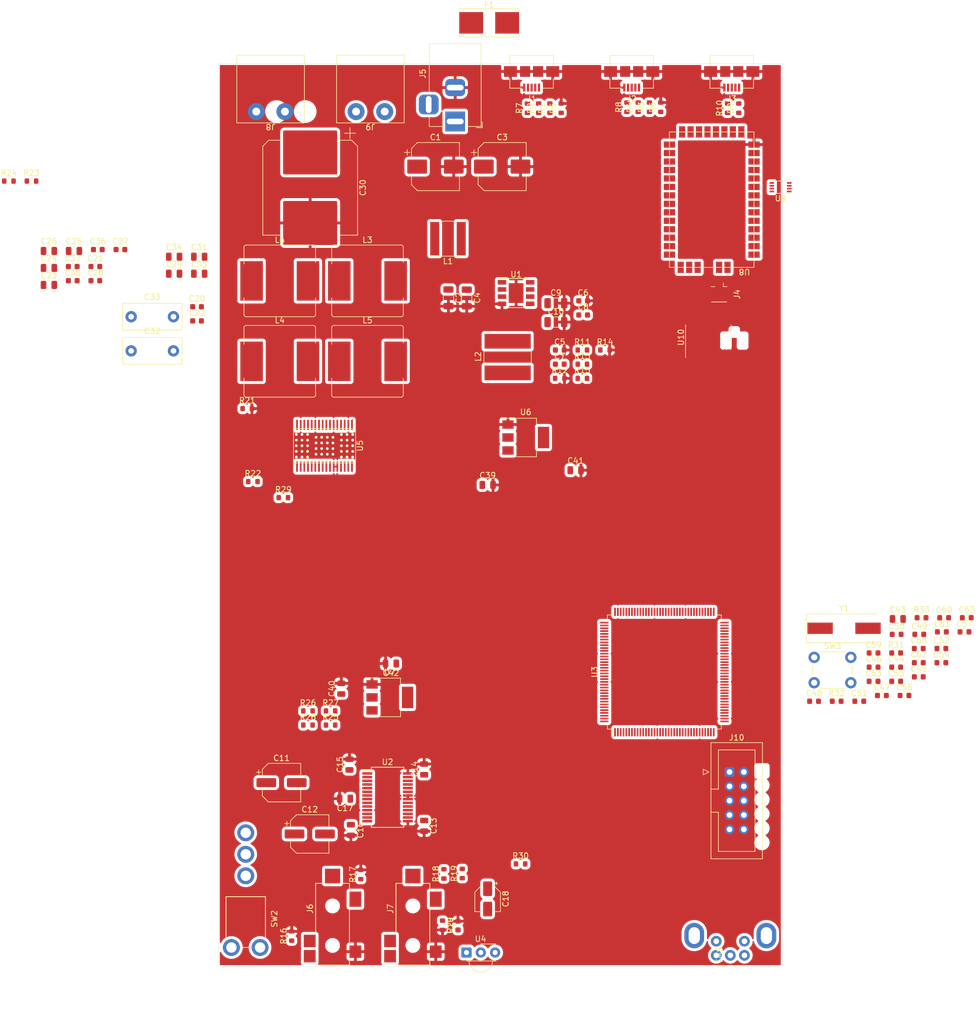
<source format=kicad_pcb>
(kicad_pcb (version 20201116) (generator pcbnew)

  (general
    (thickness 1.6)
  )

  (paper "A4")
  (layers
    (0 "F.Cu" signal)
    (31 "B.Cu" signal)
    (32 "B.Adhes" user "B.Adhesive")
    (33 "F.Adhes" user "F.Adhesive")
    (34 "B.Paste" user)
    (35 "F.Paste" user)
    (36 "B.SilkS" user "B.Silkscreen")
    (37 "F.SilkS" user "F.Silkscreen")
    (38 "B.Mask" user)
    (39 "F.Mask" user)
    (40 "Dwgs.User" user "User.Drawings")
    (41 "Cmts.User" user "User.Comments")
    (42 "Eco1.User" user "User.Eco1")
    (43 "Eco2.User" user "User.Eco2")
    (44 "Edge.Cuts" user)
    (45 "Margin" user)
    (46 "B.CrtYd" user "B.Courtyard")
    (47 "F.CrtYd" user "F.Courtyard")
    (48 "B.Fab" user)
    (49 "F.Fab" user)
  )

  (setup
    (pcbplotparams
      (layerselection 0x00010fc_ffffffff)
      (disableapertmacros false)
      (usegerberextensions false)
      (usegerberattributes true)
      (usegerberadvancedattributes true)
      (creategerberjobfile true)
      (svguseinch false)
      (svgprecision 6)
      (excludeedgelayer true)
      (plotframeref false)
      (viasonmask false)
      (mode 1)
      (useauxorigin false)
      (hpglpennumber 1)
      (hpglpenspeed 20)
      (hpglpendiameter 15.000000)
      (psnegative false)
      (psa4output false)
      (plotreference true)
      (plotvalue true)
      (plotinvisibletext false)
      (sketchpadsonfab false)
      (subtractmaskfromsilk false)
      (outputformat 1)
      (mirror false)
      (drillshape 1)
      (scaleselection 1)
      (outputdirectory "")
    )
  )


  (net 0 "")
  (net 1 "/~SPK_FAULT")
  (net 2 "Net-(J10-Pad6)")
  (net 3 "Net-(J10-Pad5)")
  (net 4 "Net-(J10-Pad4)")
  (net 5 "/~SPK_SD")
  (net 6 "/HP_DETECT")
  (net 7 "+5V")
  (net 8 "Net-(J10-Pad3)")
  (net 9 "Net-(J10-Pad2)")
  (net 10 "Net-(J10-Pad1)")
  (net 11 "Net-(SW1-PadC)")
  (net 12 "GND")
  (net 13 "Net-(SW1-PadB)")
  (net 14 "Net-(SW1-PadA)")
  (net 15 "Net-(SW1-PadS2)")
  (net 16 "Net-(SW1-PadS1)")
  (net 17 "Net-(C31-Pad1)")
  (net 18 "Net-(C25-Pad2)")
  (net 19 "Net-(C24-Pad2)")
  (net 20 "Net-(C24-Pad1)")
  (net 21 "Net-(C25-Pad1)")
  (net 22 "Net-(C1-Pad1)")
  (net 23 "/19V_ANALOG")
  (net 24 "Net-(C5-Pad1)")
  (net 25 "Net-(C6-Pad1)")
  (net 26 "Net-(C7-Pad1)")
  (net 27 "Net-(C7-Pad2)")
  (net 28 "Net-(C8-Pad1)")
  (net 29 "+3.3VA")
  (net 30 "Net-(C11-Pad1)")
  (net 31 "Net-(C11-Pad2)")
  (net 32 "Net-(C12-Pad1)")
  (net 33 "Net-(C12-Pad2)")
  (net 34 "Net-(C13-Pad1)")
  (net 35 "/Speaker Amplifier/3.3V")
  (net 36 "Net-(C18-Pad1)")
  (net 37 "Net-(C18-Pad2)")
  (net 38 "Net-(C20-Pad1)")
  (net 39 "Net-(C23-Pad1)")
  (net 40 "Net-(C23-Pad2)")
  (net 41 "Net-(C26-Pad1)")
  (net 42 "Net-(C26-Pad2)")
  (net 43 "Net-(C29-Pad1)")
  (net 44 "Net-(C32-Pad1)")
  (net 45 "Net-(C33-Pad1)")
  (net 46 "Net-(C36-Pad1)")
  (net 47 "Net-(C36-Pad2)")
  (net 48 "Net-(C37-Pad1)")
  (net 49 "Net-(F1-Pad2)")
  (net 50 "Net-(J1-Pad1)")
  (net 51 "Net-(J1-Pad2)")
  (net 52 "Net-(J1-Pad3)")
  (net 53 "Net-(J1-Pad4)")
  (net 54 "Net-(J2-Pad1)")
  (net 55 "Net-(J2-Pad2)")
  (net 56 "Net-(J2-Pad3)")
  (net 57 "Net-(J2-Pad4)")
  (net 58 "Net-(J3-Pad1)")
  (net 59 "Net-(J3-Pad2)")
  (net 60 "Net-(J3-Pad3)")
  (net 61 "Net-(J3-Pad4)")
  (net 62 "Net-(J5-Pad3)")
  (net 63 "Net-(J6-PadRN)")
  (net 64 "Net-(J6-PadTN)")
  (net 65 "Net-(J7-PadR)")
  (net 66 "Net-(J7-PadRN)")
  (net 67 "Net-(J7-PadTN)")
  (net 68 "/Processor/USB1_DETECT")
  (net 69 "/Processor/USB1_DM")
  (net 70 "/Processor/USB2_DETECT")
  (net 71 "/Processor/USB2_DM")
  (net 72 "/Processor/USB1_DP")
  (net 73 "/Processor/USB2_DP")
  (net 74 "/Bluetooth/USB3_DM")
  (net 75 "/Bluetooth/USB3_DP")
  (net 76 "Net-(R11-Pad1)")
  (net 77 "Net-(R13-Pad1)")
  (net 78 "Net-(R18-Pad2)")
  (net 79 "Net-(R19-Pad2)")
  (net 80 "Net-(R22-Pad1)")
  (net 81 "Net-(SW2-Pad1)")
  (net 82 "Net-(SW2-Pad2)")
  (net 83 "Net-(SW2-Pad3)")
  (net 84 "Net-(U2-Pad2)")
  (net 85 "Net-(J4-Pad1)")
  (net 86 "Net-(J4-Pad2)")
  (net 87 "/AMP_I2C_SDA")
  (net 88 "Net-(R25-Pad2)")
  (net 89 "Net-(U2-Pad12)")
  (net 90 "Net-(U2-Pad13)")
  (net 91 "Net-(U2-Pad19)")
  (net 92 "Net-(U2-Pad20)")
  (net 93 "/SDO")
  (net 94 "Net-(R26-Pad2)")
  (net 95 "/SCL")
  (net 96 "Net-(U2-Pad26)")
  (net 97 "Net-(U3-Pad1)")
  (net 98 "Net-(U3-Pad2)")
  (net 99 "Net-(U3-Pad3)")
  (net 100 "Net-(U3-Pad4)")
  (net 101 "Net-(U3-Pad5)")
  (net 102 "+3V3")
  (net 103 "Net-(U3-Pad7)")
  (net 104 "Net-(U3-Pad8)")
  (net 105 "Net-(U3-Pad9)")
  (net 106 "/BT_I2C_SDA")
  (net 107 "/BT_I2C_SCL")
  (net 108 "Net-(U3-Pad12)")
  (net 109 "Net-(U3-Pad13)")
  (net 110 "Net-(U3-Pad14)")
  (net 111 "Net-(U3-Pad15)")
  (net 112 "Net-(U3-Pad18)")
  (net 113 "Net-(U3-Pad19)")
  (net 114 "Net-(U3-Pad20)")
  (net 115 "Net-(U3-Pad21)")
  (net 116 "Net-(U3-Pad22)")
  (net 117 "Net-(U3-Pad23)")
  (net 118 "Net-(U3-Pad24)")
  (net 119 "Net-(U3-Pad25)")
  (net 120 "Net-(U3-Pad26)")
  (net 121 "Net-(U3-Pad27)")
  (net 122 "/AMP_I2S_SDI")
  (net 123 "/AMP_I2S_SDO")
  (net 124 "Net-(U3-Pad34)")
  (net 125 "Net-(U3-Pad35)")
  (net 126 "Net-(U3-Pad36)")
  (net 127 "Net-(U3-Pad37)")
  (net 128 "Net-(U3-Pad40)")
  (net 129 "Net-(U3-Pad41)")
  (net 130 "Net-(U3-Pad42)")
  (net 131 "Net-(U3-Pad43)")
  (net 132 "Net-(U3-Pad44)")
  (net 133 "Net-(U3-Pad45)")
  (net 134 "Net-(U3-Pad46)")
  (net 135 "Net-(U3-Pad47)")
  (net 136 "Net-(U3-Pad48)")
  (net 137 "Net-(U3-Pad49)")
  (net 138 "Net-(U3-Pad50)")
  (net 139 "Net-(R27-Pad2)")
  (net 140 "Net-(R28-Pad2)")
  (net 141 "Net-(U3-Pad56)")
  (net 142 "Net-(U3-Pad57)")
  (net 143 "Net-(U3-Pad58)")
  (net 144 "Net-(U3-Pad59)")
  (net 145 "Net-(U3-Pad60)")
  (net 146 "Net-(U3-Pad63)")
  (net 147 "Net-(U3-Pad64)")
  (net 148 "Net-(U3-Pad65)")
  (net 149 "Net-(U3-Pad66)")
  (net 150 "Net-(U3-Pad67)")
  (net 151 "Net-(U3-Pad68)")
  (net 152 "/AMP_I2S_CK")
  (net 153 "Net-(U3-Pad70)")
  (net 154 "Net-(U3-Pad71)")
  (net 155 "Net-(U3-Pad73)")
  (net 156 "Net-(U3-Pad77)")
  (net 157 "Net-(U3-Pad78)")
  (net 158 "Net-(U3-Pad79)")
  (net 159 "Net-(U3-Pad80)")
  (net 160 "Net-(U3-Pad81)")
  (net 161 "Net-(U3-Pad82)")
  (net 162 "Net-(U3-Pad85)")
  (net 163 "Net-(U3-Pad86)")
  (net 164 "Net-(U3-Pad87)")
  (net 165 "Net-(U3-Pad88)")
  (net 166 "Net-(U3-Pad89)")
  (net 167 "Net-(U3-Pad90)")
  (net 168 "Net-(U3-Pad91)")
  (net 169 "Net-(U3-Pad92)")
  (net 170 "Net-(U3-Pad93)")
  (net 171 "/AMP_I2S_MCK")
  (net 172 "/BT_I2S_MCK")
  (net 173 "Net-(U3-Pad98)")
  (net 174 "Net-(U3-Pad99)")
  (net 175 "Net-(U3-Pad100)")
  (net 176 "Net-(U3-Pad101)")
  (net 177 "Net-(U3-Pad105)")
  (net 178 "Net-(U3-Pad106)")
  (net 179 "Net-(U3-Pad109)")
  (net 180 "/BT_I2S_WS")
  (net 181 "Net-(U3-Pad111)")
  (net 182 "Net-(U3-Pad112)")
  (net 183 "Net-(U3-Pad113)")
  (net 184 "Net-(U3-Pad114)")
  (net 185 "Net-(U3-Pad115)")
  (net 186 "Net-(U3-Pad116)")
  (net 187 "Net-(U3-Pad117)")
  (net 188 "Net-(U3-Pad118)")
  (net 189 "Net-(U3-Pad119)")
  (net 190 "Net-(U3-Pad122)")
  (net 191 "Net-(U3-Pad123)")
  (net 192 "Net-(U3-Pad124)")
  (net 193 "Net-(U3-Pad125)")
  (net 194 "Net-(U3-Pad126)")
  (net 195 "Net-(U3-Pad127)")
  (net 196 "Net-(U3-Pad128)")
  (net 197 "Net-(U3-Pad129)")
  (net 198 "Net-(U3-Pad132)")
  (net 199 "/BT_I2S_CK")
  (net 200 "/BT_I2S_SDI")
  (net 201 "/BT_I2S_SDO")
  (net 202 "Net-(U3-Pad138)")
  (net 203 "Net-(U3-Pad139)")
  (net 204 "/AMP_I2S_WS")
  (net 205 "Net-(U3-Pad141)")
  (net 206 "Net-(U3-Pad142)")
  (net 207 "Net-(U4-Pad1)")
  (net 208 "Net-(U4-Pad2)")
  (net 209 "Net-(U4-Pad3)")
  (net 210 "Net-(R29-Pad2)")
  (net 211 "Net-(R30-Pad2)")
  (net 212 "Net-(U8-Pad39)")
  (net 213 "Net-(U8-Pad38)")
  (net 214 "Net-(U8-Pad37)")
  (net 215 "Net-(U8-Pad36)")
  (net 216 "Net-(U8-Pad35)")
  (net 217 "Net-(U8-Pad34)")
  (net 218 "Net-(U8-Pad33)")
  (net 219 "Net-(U8-Pad32)")
  (net 220 "Net-(U8-Pad31)")
  (net 221 "Net-(U8-Pad30)")
  (net 222 "Net-(U8-Pad29)")
  (net 223 "Net-(U8-Pad28)")
  (net 224 "Net-(U8-Pad27)")
  (net 225 "Net-(U8-Pad26)")
  (net 226 "Net-(U8-Pad25)")
  (net 227 "Net-(U8-Pad24)")
  (net 228 "Net-(U8-Pad23)")
  (net 229 "Net-(U8-Pad22)")
  (net 230 "Net-(U8-Pad21)")
  (net 231 "Net-(U8-Pad20)")
  (net 232 "Net-(U8-Pad17)")
  (net 233 "Net-(U8-Pad16)")
  (net 234 "Net-(U8-Pad12)")
  (net 235 "Net-(U8-Pad11)")
  (net 236 "/Bluetooth/SDI_1.8V")
  (net 237 "/Bluetooth/CK_1.8V")
  (net 238 "/Bluetooth/WS_1.8V")
  (net 239 "Net-(U8-Pad7)")
  (net 240 "Net-(U8-Pad6)")
  (net 241 "Net-(U8-Pad5)")
  (net 242 "Net-(U8-Pad4)")
  (net 243 "Net-(U8-Pad3)")
  (net 244 "Net-(U8-Pad2)")
  (net 245 "Net-(U8-Pad1)")
  (net 246 "+1V8")
  (net 247 "/Bluetooth/CK")
  (net 248 "/Bluetooth/WS")
  (net 249 "/Bluetooth/SDI")
  (net 250 "Net-(U10-Pad24)")
  (net 251 "Net-(U10-Pad23)")
  (net 252 "Net-(U10-Pad22)")
  (net 253 "Net-(U10-Pad21)")
  (net 254 "Net-(U10-Pad20)")
  (net 255 "Net-(U10-Pad19)")
  (net 256 "Net-(U10-Pad18)")
  (net 257 "Net-(U10-Pad17)")
  (net 258 "Net-(U10-Pad16)")
  (net 259 "Net-(U10-Pad15)")
  (net 260 "Net-(U10-Pad14)")
  (net 261 "Net-(U10-Pad11)")
  (net 262 "Net-(U10-Pad10)")
  (net 263 "Net-(U10-Pad9)")
  (net 264 "Net-(U10-Pad8)")
  (net 265 "Net-(U10-Pad7)")
  (net 266 "Net-(U10-Pad6)")
  (net 267 "Net-(U10-Pad5)")
  (net 268 "Net-(U10-Pad4)")
  (net 269 "Net-(U10-Pad3)")
  (net 270 "Net-(U10-Pad2)")
  (net 271 "Net-(U10-Pad1)")
  (net 272 "Net-(J10-Pad10)")
  (net 273 "Net-(J10-Pad8)")
  (net 274 "Net-(J10-Pad9)")
  (net 275 "Net-(J10-Pad7)")

  (footprint "Resistor_SMD:R_0603_1608Metric" (layer "F.Cu") (at 137.45 32.725 90))

  (footprint "Resistor_SMD:R_0603_1608Metric" (layer "F.Cu") (at 139.45 32.725 90))

  (footprint "Resistor_SMD:R_0603_1608Metric" (layer "F.Cu") (at 143.45 32.725 90))

  (footprint "Resistor_SMD:R_0603_1608Metric" (layer "F.Cu") (at 123.8 32.9 90))

  (footprint "Connector_USB:USB_Micro-B_Amphenol_10104110_Horizontal" (layer "F.Cu") (at 138.3 27.7 180))

  (footprint "Package_QFP:LQFP-144_20x20mm_P0.5mm" (layer "F.Cu") (at 144.1 132.8 90))

  (footprint "Connector_USB:USB_Micro-B_Amphenol_10104110_Horizontal" (layer "F.Cu") (at 156.05 27.7 180))

  (footprint "Resistor_SMD:R_0603_1608Metric" (layer "F.Cu") (at 125.8 32.9 90))

  (footprint "Resistor_SMD:R_0603_1608Metric" (layer "F.Cu") (at 119.8 32.9 90))

  (footprint "Resistor_SMD:R_0603_1608Metric" (layer "F.Cu") (at 157.3 32.9 90))

  (footprint "Resistor_SMD:R_0603_1608Metric" (layer "F.Cu") (at 121.8 32.9 90))

  (footprint "Resistor_SMD:R_0603_1608Metric" (layer "F.Cu") (at 141.45 32.725 90))

  (footprint "Package_SO:SSOP-28_5.3x10.2mm_P0.65mm" (layer "F.Cu") (at 95 155))

  (footprint "Package_SO:Diodes_SO-8EP" (layer "F.Cu") (at 117.8025 65.655))

  (footprint "Connector_USB:USB_Micro-B_Amphenol_10104110_Horizontal" (layer "F.Cu") (at 120.55 27.7 180))

  (footprint "Resistor_SMD:R_0603_1608Metric" (layer "F.Cu") (at 155.3 32.9 90))

  (footprint "Connector_BarrelJack:BarrelJack_Horizontal" (layer "F.Cu") (at 107 35.25 -90))

  (footprint "OptoDevice:Vishay_MINICAST-3Pin" (layer "F.Cu") (at 109 182.5))

  (footprint "HackAmp-Footprints:Jack_3.5mm_Switchcraft_35RASMT4BHNTRX_Horizontal" (layer "F.Cu") (at 85.25 177.75 180))

  (footprint "Capacitor_SMD:C_0805_2012Metric" (layer "F.Cu") (at 101.5 160.05 -90))

  (footprint "Capacitor_SMD:C_0805_2012Metric" (layer "F.Cu") (at 101.5 150.05 90))

  (footprint "Capacitor_SMD:C_0805_2012Metric" (layer "F.Cu") (at 88.25 149.2 90))

  (footprint "Resistor_SMD:R_0603_1608Metric" (layer "F.Cu") (at 78 179.575 90))

  (footprint "Resistor_SMD:R_0603_1608Metric" (layer "F.Cu") (at 90.25 168.675 90))

  (footprint "Capacitor_SMD:C_0805_2012Metric" (layer "F.Cu") (at 88.5 160.8 -90))

  (footprint "Capacitor_SMD:C_0805_2012Metric" (layer "F.Cu") (at 87.45 155.25 180))

  (footprint "Capacitor_SMD:C_0603_1608Metric" (layer "F.Cu") (at 125.55 75.75))

  (footprint "Capacitor_SMD:C_0603_1608Metric" (layer "F.Cu") (at 125.55 78.26))

  (footprint "Resistor_SMD:R_0603_1608Metric" (layer "F.Cu") (at 129.56 75.75))

  (footprint "Resistor_SMD:R_0603_1608Metric" (layer "F.Cu") (at 125.55 80.77))

  (footprint "Resistor_SMD:R_0603_1608Metric" (layer "F.Cu") (at 129.56 78.26))

  (footprint "Resistor_SMD:R_0603_1608Metric" (layer "F.Cu") (at 133.57 75.75))

  (footprint "Resistor_SMD:R_0603_1608Metric" (layer "F.Cu") (at 129.56 80.77))

  (footprint "Resistor_SMD:R_0603_1608Metric" (layer "F.Cu") (at 108.25 168.5 90))

  (footprint "Resistor_SMD:R_0603_1608Metric" (layer "F.Cu") (at 104.75 177.675 -90))

  (footprint "Resistor_SMD:R_0603_1608Metric" (layer "F.Cu") (at 105 168.575 90))

  (footprint "HackAmp-Footprints:Jack_3.5mm_Switchcraft_35RASMT4BHNTRX_Horizontal" (layer "F.Cu") (at 99.5 177.75 180))

  (footprint "Capacitor_SMD:CP_Elec_8x10" (layer "F.Cu") (at 103.5 43.25))

  (footprint "Capacitor_SMD:C_1206_3216Metric" (layer "F.Cu") (at 105.8 66.5 -90))

  (footprint "Capacitor_SMD:CP_Elec_8x10" (layer "F.Cu") (at 115.33 43.25))

  (footprint "Capacitor_SMD:C_1206_3216Metric" (layer "F.Cu") (at 109.05 66.525 -90))

  (footprint "Inductor_SMD:L_Bourns-SRN8040_8x8.15mm" (layer "F.Cu")
    (tedit 5D866CC7) (tstamp 00000000-0000-0000-0000-00005fb054a8)
    (at 116.3 77 90)
    (descr "Bourns SRN8040 series SMD inductor 8x8.15mm, https://www.bourns.com/docs/Product-Datasheets/SRN8040.pdf")
    (tags "Bourns SRN8040 SMD inductor")
    (property "Dateiname Blatt" "power-supply.kicad_sch")
    (property "Part Name" "SRN8040-100M")
    (property "Schaltplanname" "Power Supply")
    (path "/00000000-0000-0000-0000-00005fa5bc7f/00000000-0000-0000-0000-00005fb174e8")
    (attr smd)
    (fp_text reference "L2" (at 0.09 -5.23 90) (layer "F.SilkS")
      (effects (font (size 1 1) (thickness 0.15)))
      (tstamp 39e5abd0-9138-4b9a-bee2-b6330ced7f18)
    )
    (fp_text value "10uH" (at 0.17 5.23 90) (layer "F.Fab")
      (effects (font (size 1 1) (thickness 0.15)))
      (tstamp 0a1b4d10-4862-45ae-a919-b0e85adc6717)
    )
    (fp_text user "${REFERENCE}" (at 0.127 0 90) (layer "F.Fab")
      (effects (font (size 1 1) (thickness 0.15)))
      (tstamp 03aa24e6-7c6e-4d8c-93f1-41fdaf5628ce)
    )
    (fp_line (start 1.25 -4.2) (end -1.25 -4.2) (layer "F.SilkS") (width 0.12) (tstamp b
... [979024 chars truncated]
</source>
